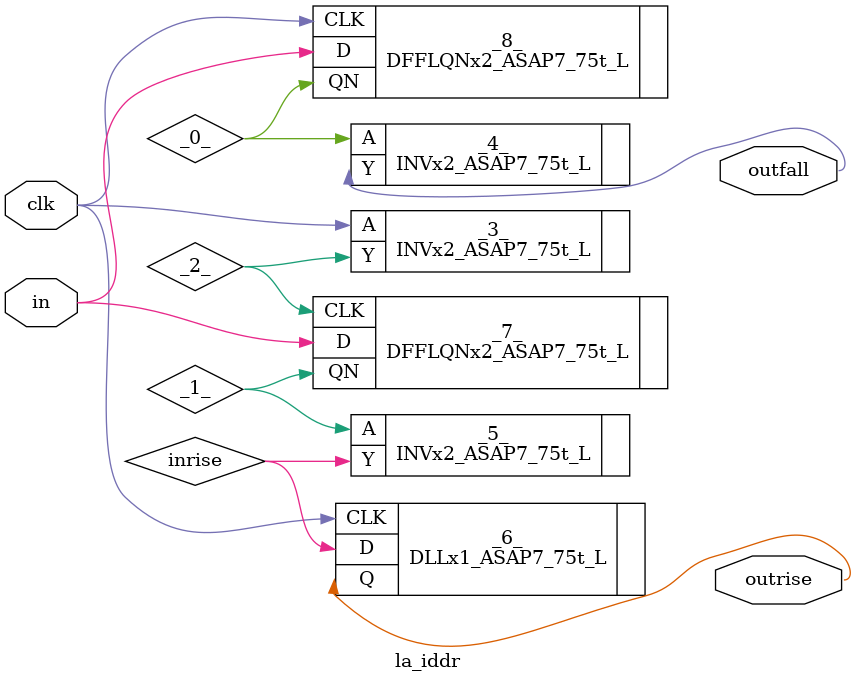
<source format=v>

/* Generated by Yosys 0.37 (git sha1 a5c7f69ed, clang 14.0.0-1ubuntu1.1 -fPIC -Os) */

module la_iddr(clk, in, outrise, outfall);
  wire _0_;
  wire _1_;
  wire _2_;
  input clk;
  wire clk;
  input in;
  wire in;
  wire inrise;
  output outfall;
  wire outfall;
  output outrise;
  wire outrise;
  INVx2_ASAP7_75t_L _3_ (
    .A(clk),
    .Y(_2_)
  );
  INVx2_ASAP7_75t_L _4_ (
    .A(_0_),
    .Y(outfall)
  );
  INVx2_ASAP7_75t_L _5_ (
    .A(_1_),
    .Y(inrise)
  );
  DLLx1_ASAP7_75t_L _6_ (
    .CLK(clk),
    .D(inrise),
    .Q(outrise)
  );
  DFFLQNx2_ASAP7_75t_L _7_ (
    .CLK(_2_),
    .D(in),
    .QN(_1_)
  );
  DFFLQNx2_ASAP7_75t_L _8_ (
    .CLK(clk),
    .D(in),
    .QN(_0_)
  );
endmodule

</source>
